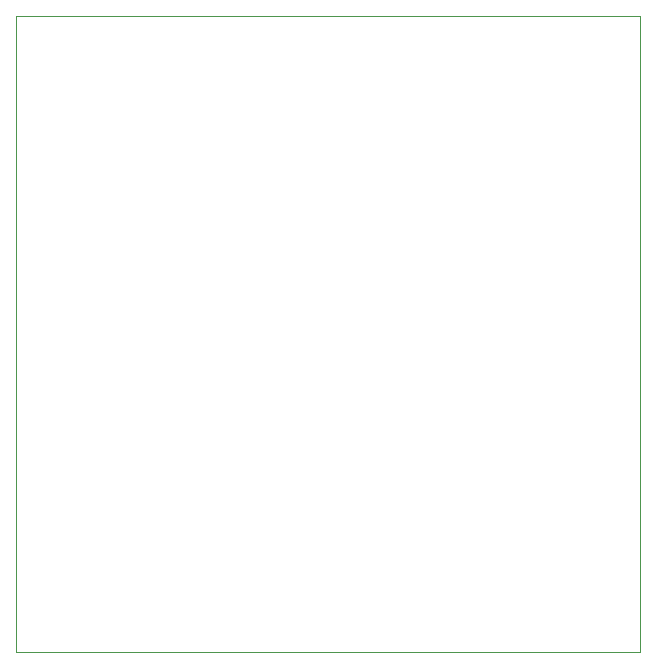
<source format=gbr>
%TF.GenerationSoftware,KiCad,Pcbnew,(6.0.10)*%
%TF.CreationDate,2023-02-13T14:00:59+04:00*%
%TF.ProjectId,servoShield,73657276-6f53-4686-9965-6c642e6b6963,rev?*%
%TF.SameCoordinates,Original*%
%TF.FileFunction,Profile,NP*%
%FSLAX46Y46*%
G04 Gerber Fmt 4.6, Leading zero omitted, Abs format (unit mm)*
G04 Created by KiCad (PCBNEW (6.0.10)) date 2023-02-13 14:00:59*
%MOMM*%
%LPD*%
G01*
G04 APERTURE LIST*
%TA.AperFunction,Profile*%
%ADD10C,0.100000*%
%TD*%
G04 APERTURE END LIST*
D10*
X163068000Y-26924000D02*
X110236000Y-26924000D01*
X110236000Y-80772000D02*
X163068000Y-80772000D01*
X163068000Y-80772000D02*
X163068000Y-26924000D01*
X110236000Y-26924000D02*
X110236000Y-80772000D01*
M02*

</source>
